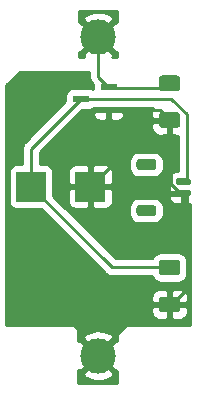
<source format=gbr>
%TF.GenerationSoftware,KiCad,Pcbnew,5.1.9*%
%TF.CreationDate,2021-01-06T21:23:30+01:00*%
%TF.ProjectId,powerpack,706f7765-7270-4616-936b-2e6b69636164,rev?*%
%TF.SameCoordinates,Original*%
%TF.FileFunction,Copper,L1,Top*%
%TF.FilePolarity,Positive*%
%FSLAX46Y46*%
G04 Gerber Fmt 4.6, Leading zero omitted, Abs format (unit mm)*
G04 Created by KiCad (PCBNEW 5.1.9) date 2021-01-06 21:23:30*
%MOMM*%
%LPD*%
G01*
G04 APERTURE LIST*
%TA.AperFunction,ComponentPad*%
%ADD10C,3.000000*%
%TD*%
%TA.AperFunction,SMDPad,CuDef*%
%ADD11R,1.380000X0.600000*%
%TD*%
%TA.AperFunction,SMDPad,CuDef*%
%ADD12R,2.500000X2.500000*%
%TD*%
%TA.AperFunction,Conductor*%
%ADD13C,0.250000*%
%TD*%
%TA.AperFunction,Conductor*%
%ADD14C,0.254000*%
%TD*%
%TA.AperFunction,Conductor*%
%ADD15C,0.100000*%
%TD*%
G04 APERTURE END LIST*
D10*
%TO.P,J2.1,1*%
%TO.N,+3V3*%
X174942500Y-21907500D03*
%TD*%
D11*
%TO.P,U1,3*%
%TO.N,VCC*%
X173510800Y-27127200D03*
%TO.P,U1,2*%
%TO.N,+3V3*%
X175840800Y-26177200D03*
%TO.P,U1,1*%
%TO.N,GND*%
X175840800Y-28077200D03*
%TD*%
%TO.P,C1,2*%
%TO.N,GND*%
%TA.AperFunction,SMDPad,CuDef*%
G36*
G01*
X180349997Y-43876800D02*
X181650003Y-43876800D01*
G75*
G02*
X181900000Y-44126797I0J-249997D01*
G01*
X181900000Y-44951803D01*
G75*
G02*
X181650003Y-45201800I-249997J0D01*
G01*
X180349997Y-45201800D01*
G75*
G02*
X180100000Y-44951803I0J249997D01*
G01*
X180100000Y-44126797D01*
G75*
G02*
X180349997Y-43876800I249997J0D01*
G01*
G37*
%TD.AperFunction*%
%TO.P,C1,1*%
%TO.N,VCC*%
%TA.AperFunction,SMDPad,CuDef*%
G36*
G01*
X180349997Y-40751800D02*
X181650003Y-40751800D01*
G75*
G02*
X181900000Y-41001797I0J-249997D01*
G01*
X181900000Y-41826803D01*
G75*
G02*
X181650003Y-42076800I-249997J0D01*
G01*
X180349997Y-42076800D01*
G75*
G02*
X180100000Y-41826803I0J249997D01*
G01*
X180100000Y-41001797D01*
G75*
G02*
X180349997Y-40751800I249997J0D01*
G01*
G37*
%TD.AperFunction*%
%TD*%
%TO.P,C2,1*%
%TO.N,+3V3*%
%TA.AperFunction,SMDPad,CuDef*%
G36*
G01*
X180349997Y-25156200D02*
X181650003Y-25156200D01*
G75*
G02*
X181900000Y-25406197I0J-249997D01*
G01*
X181900000Y-26231203D01*
G75*
G02*
X181650003Y-26481200I-249997J0D01*
G01*
X180349997Y-26481200D01*
G75*
G02*
X180100000Y-26231203I0J249997D01*
G01*
X180100000Y-25406197D01*
G75*
G02*
X180349997Y-25156200I249997J0D01*
G01*
G37*
%TD.AperFunction*%
%TO.P,C2,2*%
%TO.N,GND*%
%TA.AperFunction,SMDPad,CuDef*%
G36*
G01*
X180349997Y-28281200D02*
X181650003Y-28281200D01*
G75*
G02*
X181900000Y-28531197I0J-249997D01*
G01*
X181900000Y-29356203D01*
G75*
G02*
X181650003Y-29606200I-249997J0D01*
G01*
X180349997Y-29606200D01*
G75*
G02*
X180100000Y-29356203I0J249997D01*
G01*
X180100000Y-28531197D01*
G75*
G02*
X180349997Y-28281200I249997J0D01*
G01*
G37*
%TD.AperFunction*%
%TD*%
%TO.P,J1,1*%
%TO.N,VCC*%
%TA.AperFunction,SMDPad,CuDef*%
G36*
G01*
X181692400Y-33845600D02*
X182642400Y-33845600D01*
G75*
G02*
X182792400Y-33995600I0J-150000D01*
G01*
X182792400Y-34295600D01*
G75*
G02*
X182642400Y-34445600I-150000J0D01*
G01*
X181692400Y-34445600D01*
G75*
G02*
X181542400Y-34295600I0J150000D01*
G01*
X181542400Y-33995600D01*
G75*
G02*
X181692400Y-33845600I150000J0D01*
G01*
G37*
%TD.AperFunction*%
%TO.P,J1,2*%
%TO.N,GND*%
%TA.AperFunction,SMDPad,CuDef*%
G36*
G01*
X181692400Y-34845600D02*
X182642400Y-34845600D01*
G75*
G02*
X182792400Y-34995600I0J-150000D01*
G01*
X182792400Y-35295600D01*
G75*
G02*
X182642400Y-35445600I-150000J0D01*
G01*
X181692400Y-35445600D01*
G75*
G02*
X181542400Y-35295600I0J150000D01*
G01*
X181542400Y-34995600D01*
G75*
G02*
X181692400Y-34845600I150000J0D01*
G01*
G37*
%TD.AperFunction*%
%TO.P,J1,MP*%
%TO.N,N/C*%
%TA.AperFunction,SMDPad,CuDef*%
G36*
G01*
X178417400Y-32245600D02*
X179667400Y-32245600D01*
G75*
G02*
X179892400Y-32470600I0J-225000D01*
G01*
X179892400Y-32920600D01*
G75*
G02*
X179667400Y-33145600I-225000J0D01*
G01*
X178417400Y-33145600D01*
G75*
G02*
X178192400Y-32920600I0J225000D01*
G01*
X178192400Y-32470600D01*
G75*
G02*
X178417400Y-32245600I225000J0D01*
G01*
G37*
%TD.AperFunction*%
%TA.AperFunction,SMDPad,CuDef*%
G36*
G01*
X178417400Y-36145600D02*
X179667400Y-36145600D01*
G75*
G02*
X179892400Y-36370600I0J-225000D01*
G01*
X179892400Y-36820600D01*
G75*
G02*
X179667400Y-37045600I-225000J0D01*
G01*
X178417400Y-37045600D01*
G75*
G02*
X178192400Y-36820600I0J225000D01*
G01*
X178192400Y-36370600D01*
G75*
G02*
X178417400Y-36145600I225000J0D01*
G01*
G37*
%TD.AperFunction*%
%TD*%
D12*
%TO.P,-,1*%
%TO.N,GND*%
X174294800Y-34569400D03*
%TD*%
%TO.P,+,1*%
%TO.N,VCC*%
X169265600Y-34569400D03*
%TD*%
D10*
%TO.P,J2.2,1*%
%TO.N,GND*%
X174942500Y-48895000D03*
%TD*%
D13*
%TO.N,GND*%
X180225300Y-28067000D02*
X181102000Y-28943700D01*
X175869600Y-28067000D02*
X180225300Y-28067000D01*
X181102000Y-28943700D02*
X181673900Y-28943700D01*
X174942500Y-48452600D02*
X174942500Y-49415700D01*
X181870632Y-35145600D02*
X182167400Y-35145600D01*
X181102000Y-34376968D02*
X181870632Y-35145600D01*
X181102000Y-28943700D02*
X181102000Y-34376968D01*
X175869600Y-32994600D02*
X174294800Y-34569400D01*
X175869600Y-28067000D02*
X175869600Y-32994600D01*
X182467400Y-43250100D02*
X181178200Y-44539300D01*
X182467400Y-35445600D02*
X182467400Y-43250100D01*
X182167400Y-35145600D02*
X182467400Y-35445600D01*
X174942500Y-48682156D02*
X174942500Y-49415700D01*
X179085356Y-44539300D02*
X174942500Y-48682156D01*
X181178200Y-44539300D02*
X179085356Y-44539300D01*
%TO.N,VCC*%
X173482000Y-27127200D02*
X173151800Y-27127200D01*
X181870632Y-34145600D02*
X182167400Y-34145600D01*
X169265600Y-31343600D02*
X173482000Y-27127200D01*
X169265600Y-34569400D02*
X169265600Y-31343600D01*
X181161190Y-27127200D02*
X173482000Y-27127200D01*
X182467400Y-28433410D02*
X181161190Y-27127200D01*
X182467400Y-33845600D02*
X182467400Y-28433410D01*
X182167400Y-34145600D02*
X182467400Y-33845600D01*
X176110500Y-41414300D02*
X181178200Y-41414300D01*
X169265600Y-34569400D02*
X176110500Y-41414300D01*
%TO.N,+3V3*%
X174942500Y-25260300D02*
X175869600Y-26187400D01*
X174942500Y-21488400D02*
X174942500Y-25260300D01*
X180733300Y-26187400D02*
X181102000Y-25818700D01*
X175869600Y-26187400D02*
X180733300Y-26187400D01*
%TD*%
D14*
%TO.N,GND*%
X174182501Y-25222968D02*
X174178824Y-25260300D01*
X174193498Y-25409285D01*
X174236954Y-25552546D01*
X174307526Y-25684576D01*
X174378701Y-25771302D01*
X174402500Y-25800301D01*
X174431498Y-25824099D01*
X174512728Y-25905329D01*
X174512728Y-26273911D01*
X174444980Y-26237698D01*
X174325282Y-26201388D01*
X174200800Y-26189128D01*
X172820800Y-26189128D01*
X172696318Y-26201388D01*
X172576620Y-26237698D01*
X172466306Y-26296663D01*
X172369615Y-26376015D01*
X172290263Y-26472706D01*
X172231298Y-26583020D01*
X172194988Y-26702718D01*
X172182728Y-26827200D01*
X172182728Y-27351670D01*
X168754598Y-30779801D01*
X168725600Y-30803599D01*
X168701802Y-30832597D01*
X168701801Y-30832598D01*
X168630626Y-30919324D01*
X168560054Y-31051354D01*
X168516598Y-31194615D01*
X168501924Y-31343600D01*
X168505601Y-31380932D01*
X168505601Y-32681328D01*
X168015600Y-32681328D01*
X167891118Y-32693588D01*
X167771420Y-32729898D01*
X167661106Y-32788863D01*
X167564415Y-32868215D01*
X167485063Y-32964906D01*
X167426098Y-33075220D01*
X167389788Y-33194918D01*
X167377528Y-33319400D01*
X167377528Y-35819400D01*
X167389788Y-35943882D01*
X167426098Y-36063580D01*
X167485063Y-36173894D01*
X167564415Y-36270585D01*
X167661106Y-36349937D01*
X167771420Y-36408902D01*
X167891118Y-36445212D01*
X168015600Y-36457472D01*
X170078871Y-36457472D01*
X175546705Y-41925308D01*
X175570499Y-41954301D01*
X175599492Y-41978095D01*
X175599496Y-41978099D01*
X175670185Y-42036111D01*
X175686224Y-42049274D01*
X175818253Y-42119846D01*
X175961514Y-42163303D01*
X176073167Y-42174300D01*
X176073176Y-42174300D01*
X176110499Y-42177976D01*
X176147822Y-42174300D01*
X179533616Y-42174300D01*
X179611595Y-42320188D01*
X179722037Y-42454763D01*
X179856612Y-42565205D01*
X180010148Y-42647272D01*
X180176743Y-42697808D01*
X180349997Y-42714872D01*
X181650003Y-42714872D01*
X181823257Y-42697808D01*
X181989852Y-42647272D01*
X182143388Y-42565205D01*
X182277963Y-42454763D01*
X182388405Y-42320188D01*
X182470472Y-42166652D01*
X182521008Y-42000057D01*
X182538072Y-41826803D01*
X182538072Y-41001797D01*
X182521008Y-40828543D01*
X182470472Y-40661948D01*
X182388405Y-40508412D01*
X182277963Y-40373837D01*
X182143388Y-40263395D01*
X181989852Y-40181328D01*
X181823257Y-40130792D01*
X181650003Y-40113728D01*
X180349997Y-40113728D01*
X180176743Y-40130792D01*
X180010148Y-40181328D01*
X179856612Y-40263395D01*
X179722037Y-40373837D01*
X179611595Y-40508412D01*
X179533616Y-40654300D01*
X176425303Y-40654300D01*
X171590402Y-35819400D01*
X172406728Y-35819400D01*
X172418988Y-35943882D01*
X172455298Y-36063580D01*
X172514263Y-36173894D01*
X172593615Y-36270585D01*
X172690306Y-36349937D01*
X172800620Y-36408902D01*
X172920318Y-36445212D01*
X173044800Y-36457472D01*
X174009050Y-36454400D01*
X174167800Y-36295650D01*
X174167800Y-34696400D01*
X174421800Y-34696400D01*
X174421800Y-36295650D01*
X174580550Y-36454400D01*
X175544800Y-36457472D01*
X175669282Y-36445212D01*
X175788980Y-36408902D01*
X175860636Y-36370600D01*
X177554328Y-36370600D01*
X177554328Y-36820600D01*
X177570912Y-36988977D01*
X177620025Y-37150883D01*
X177699782Y-37300097D01*
X177807116Y-37430884D01*
X177937903Y-37538218D01*
X178087117Y-37617975D01*
X178249023Y-37667088D01*
X178417400Y-37683672D01*
X179667400Y-37683672D01*
X179835777Y-37667088D01*
X179997683Y-37617975D01*
X180146897Y-37538218D01*
X180277684Y-37430884D01*
X180385018Y-37300097D01*
X180464775Y-37150883D01*
X180513888Y-36988977D01*
X180530472Y-36820600D01*
X180530472Y-36370600D01*
X180513888Y-36202223D01*
X180464775Y-36040317D01*
X180385018Y-35891103D01*
X180277684Y-35760316D01*
X180146897Y-35652982D01*
X179997683Y-35573225D01*
X179835777Y-35524112D01*
X179667400Y-35507528D01*
X178417400Y-35507528D01*
X178249023Y-35524112D01*
X178087117Y-35573225D01*
X177937903Y-35652982D01*
X177807116Y-35760316D01*
X177699782Y-35891103D01*
X177620025Y-36040317D01*
X177570912Y-36202223D01*
X177554328Y-36370600D01*
X175860636Y-36370600D01*
X175899294Y-36349937D01*
X175995985Y-36270585D01*
X176075337Y-36173894D01*
X176134302Y-36063580D01*
X176170612Y-35943882D01*
X176182872Y-35819400D01*
X176181682Y-35445600D01*
X180904328Y-35445600D01*
X180916588Y-35570082D01*
X180952898Y-35689780D01*
X181011863Y-35800094D01*
X181091215Y-35896785D01*
X181187906Y-35976137D01*
X181298220Y-36035102D01*
X181417918Y-36071412D01*
X181542400Y-36083672D01*
X181881650Y-36080600D01*
X182040400Y-35921850D01*
X182040400Y-35272600D01*
X181066150Y-35272600D01*
X180907400Y-35431350D01*
X180904328Y-35445600D01*
X176181682Y-35445600D01*
X176179800Y-34855150D01*
X176021050Y-34696400D01*
X174421800Y-34696400D01*
X174167800Y-34696400D01*
X172568550Y-34696400D01*
X172409800Y-34855150D01*
X172406728Y-35819400D01*
X171590402Y-35819400D01*
X171153672Y-35382671D01*
X171153672Y-33319400D01*
X172406728Y-33319400D01*
X172409800Y-34283650D01*
X172568550Y-34442400D01*
X174167800Y-34442400D01*
X174167800Y-32843150D01*
X174421800Y-32843150D01*
X174421800Y-34442400D01*
X176021050Y-34442400D01*
X176179800Y-34283650D01*
X176182872Y-33319400D01*
X176170612Y-33194918D01*
X176134302Y-33075220D01*
X176075337Y-32964906D01*
X175995985Y-32868215D01*
X175899294Y-32788863D01*
X175788980Y-32729898D01*
X175669282Y-32693588D01*
X175544800Y-32681328D01*
X174580550Y-32684400D01*
X174421800Y-32843150D01*
X174167800Y-32843150D01*
X174009050Y-32684400D01*
X173044800Y-32681328D01*
X172920318Y-32693588D01*
X172800620Y-32729898D01*
X172690306Y-32788863D01*
X172593615Y-32868215D01*
X172514263Y-32964906D01*
X172455298Y-33075220D01*
X172418988Y-33194918D01*
X172406728Y-33319400D01*
X171153672Y-33319400D01*
X171141412Y-33194918D01*
X171105102Y-33075220D01*
X171046137Y-32964906D01*
X170966785Y-32868215D01*
X170870094Y-32788863D01*
X170759780Y-32729898D01*
X170640082Y-32693588D01*
X170515600Y-32681328D01*
X170025600Y-32681328D01*
X170025600Y-32470600D01*
X177554328Y-32470600D01*
X177554328Y-32920600D01*
X177570912Y-33088977D01*
X177620025Y-33250883D01*
X177699782Y-33400097D01*
X177807116Y-33530884D01*
X177937903Y-33638218D01*
X178087117Y-33717975D01*
X178249023Y-33767088D01*
X178417400Y-33783672D01*
X179667400Y-33783672D01*
X179835777Y-33767088D01*
X179997683Y-33717975D01*
X180146897Y-33638218D01*
X180277684Y-33530884D01*
X180385018Y-33400097D01*
X180464775Y-33250883D01*
X180513888Y-33088977D01*
X180530472Y-32920600D01*
X180530472Y-32470600D01*
X180513888Y-32302223D01*
X180464775Y-32140317D01*
X180385018Y-31991103D01*
X180277684Y-31860316D01*
X180146897Y-31752982D01*
X179997683Y-31673225D01*
X179835777Y-31624112D01*
X179667400Y-31607528D01*
X178417400Y-31607528D01*
X178249023Y-31624112D01*
X178087117Y-31673225D01*
X177937903Y-31752982D01*
X177807116Y-31860316D01*
X177699782Y-31991103D01*
X177620025Y-32140317D01*
X177570912Y-32302223D01*
X177554328Y-32470600D01*
X170025600Y-32470600D01*
X170025600Y-31658401D01*
X172077801Y-29606200D01*
X179461928Y-29606200D01*
X179474188Y-29730682D01*
X179510498Y-29850380D01*
X179569463Y-29960694D01*
X179648815Y-30057385D01*
X179745506Y-30136737D01*
X179855820Y-30195702D01*
X179975518Y-30232012D01*
X180100000Y-30244272D01*
X180714250Y-30241200D01*
X180873000Y-30082450D01*
X180873000Y-29070700D01*
X179623750Y-29070700D01*
X179465000Y-29229450D01*
X179461928Y-29606200D01*
X172077801Y-29606200D01*
X173306801Y-28377200D01*
X174512728Y-28377200D01*
X174524988Y-28501682D01*
X174561298Y-28621380D01*
X174620263Y-28731694D01*
X174699615Y-28828385D01*
X174796306Y-28907737D01*
X174906620Y-28966702D01*
X175026318Y-29003012D01*
X175150800Y-29015272D01*
X175555050Y-29012200D01*
X175713800Y-28853450D01*
X175713800Y-28204200D01*
X175967800Y-28204200D01*
X175967800Y-28853450D01*
X176126550Y-29012200D01*
X176530800Y-29015272D01*
X176655282Y-29003012D01*
X176774980Y-28966702D01*
X176885294Y-28907737D01*
X176981985Y-28828385D01*
X177061337Y-28731694D01*
X177120302Y-28621380D01*
X177156612Y-28501682D01*
X177168872Y-28377200D01*
X177165800Y-28362950D01*
X177007050Y-28204200D01*
X175967800Y-28204200D01*
X175713800Y-28204200D01*
X174674550Y-28204200D01*
X174515800Y-28362950D01*
X174512728Y-28377200D01*
X173306801Y-28377200D01*
X173618730Y-28065272D01*
X174200800Y-28065272D01*
X174325282Y-28053012D01*
X174444980Y-28016702D01*
X174555294Y-27957737D01*
X174624935Y-27900585D01*
X174674550Y-27950200D01*
X175713800Y-27950200D01*
X175713800Y-27930200D01*
X175967800Y-27930200D01*
X175967800Y-27950200D01*
X177007050Y-27950200D01*
X177070050Y-27887200D01*
X179601885Y-27887200D01*
X179569463Y-27926706D01*
X179510498Y-28037020D01*
X179474188Y-28156718D01*
X179461928Y-28281200D01*
X179465000Y-28657950D01*
X179623750Y-28816700D01*
X180873000Y-28816700D01*
X180873000Y-28796700D01*
X181127000Y-28796700D01*
X181127000Y-28816700D01*
X181147000Y-28816700D01*
X181147000Y-29070700D01*
X181127000Y-29070700D01*
X181127000Y-30082450D01*
X181285750Y-30241200D01*
X181707401Y-30243309D01*
X181707400Y-33207528D01*
X181692400Y-33207528D01*
X181538655Y-33222671D01*
X181390818Y-33267516D01*
X181254571Y-33340342D01*
X181135149Y-33438349D01*
X181037142Y-33557771D01*
X180964316Y-33694018D01*
X180919471Y-33841855D01*
X180904328Y-33995600D01*
X180904328Y-34295600D01*
X180919471Y-34449345D01*
X180961002Y-34586258D01*
X180952898Y-34601420D01*
X180916588Y-34721118D01*
X180904328Y-34845600D01*
X180907400Y-34859850D01*
X181066150Y-35018600D01*
X181381307Y-35018600D01*
X181390818Y-35023684D01*
X181538655Y-35068529D01*
X181692400Y-35083672D01*
X182314400Y-35083672D01*
X182314400Y-35272600D01*
X182294400Y-35272600D01*
X182294400Y-35921850D01*
X182453150Y-36080600D01*
X182703000Y-36082862D01*
X182703000Y-46254200D01*
X177249447Y-46254200D01*
X177215800Y-46250886D01*
X177182153Y-46254200D01*
X177081517Y-46264112D01*
X176952394Y-46303281D01*
X176833393Y-46366888D01*
X176729089Y-46452489D01*
X176643488Y-46556793D01*
X176579881Y-46675794D01*
X176540712Y-46804917D01*
X176527486Y-46939200D01*
X176530801Y-46972857D01*
X176530801Y-47630734D01*
X176434153Y-47582952D01*
X175122105Y-48895000D01*
X176434153Y-50207048D01*
X176530800Y-50159267D01*
X176530800Y-51207200D01*
X173278000Y-51207200D01*
X173278000Y-50386653D01*
X173630452Y-50386653D01*
X173786462Y-50702214D01*
X174161245Y-50893020D01*
X174566051Y-51007044D01*
X174985324Y-51039902D01*
X175402951Y-50990334D01*
X175802883Y-50860243D01*
X176098538Y-50702214D01*
X176254548Y-50386653D01*
X174942500Y-49074605D01*
X173630452Y-50386653D01*
X173278000Y-50386653D01*
X173278000Y-50121594D01*
X173450847Y-50207048D01*
X174762895Y-48895000D01*
X173450847Y-47582952D01*
X173278000Y-47668406D01*
X173278000Y-47403347D01*
X173630452Y-47403347D01*
X174942500Y-48715395D01*
X176254548Y-47403347D01*
X176098538Y-47087786D01*
X175723755Y-46896980D01*
X175318949Y-46782956D01*
X174899676Y-46750098D01*
X174482049Y-46799666D01*
X174082117Y-46929757D01*
X173786462Y-47087786D01*
X173630452Y-47403347D01*
X173278000Y-47403347D01*
X173278000Y-46972846D01*
X173281314Y-46939200D01*
X173268088Y-46804917D01*
X173228919Y-46675794D01*
X173165312Y-46556793D01*
X173079711Y-46452489D01*
X172975407Y-46366888D01*
X172856406Y-46303281D01*
X172727283Y-46264112D01*
X172626647Y-46254200D01*
X172593000Y-46250886D01*
X172559353Y-46254200D01*
X167182000Y-46254200D01*
X167182000Y-45201800D01*
X179461928Y-45201800D01*
X179474188Y-45326282D01*
X179510498Y-45445980D01*
X179569463Y-45556294D01*
X179648815Y-45652985D01*
X179745506Y-45732337D01*
X179855820Y-45791302D01*
X179975518Y-45827612D01*
X180100000Y-45839872D01*
X180714250Y-45836800D01*
X180873000Y-45678050D01*
X180873000Y-44666300D01*
X181127000Y-44666300D01*
X181127000Y-45678050D01*
X181285750Y-45836800D01*
X181900000Y-45839872D01*
X182024482Y-45827612D01*
X182144180Y-45791302D01*
X182254494Y-45732337D01*
X182351185Y-45652985D01*
X182430537Y-45556294D01*
X182489502Y-45445980D01*
X182525812Y-45326282D01*
X182538072Y-45201800D01*
X182535000Y-44825050D01*
X182376250Y-44666300D01*
X181127000Y-44666300D01*
X180873000Y-44666300D01*
X179623750Y-44666300D01*
X179465000Y-44825050D01*
X179461928Y-45201800D01*
X167182000Y-45201800D01*
X167182000Y-43876800D01*
X179461928Y-43876800D01*
X179465000Y-44253550D01*
X179623750Y-44412300D01*
X180873000Y-44412300D01*
X180873000Y-43400550D01*
X181127000Y-43400550D01*
X181127000Y-44412300D01*
X182376250Y-44412300D01*
X182535000Y-44253550D01*
X182538072Y-43876800D01*
X182525812Y-43752318D01*
X182489502Y-43632620D01*
X182430537Y-43522306D01*
X182351185Y-43425615D01*
X182254494Y-43346263D01*
X182144180Y-43287298D01*
X182024482Y-43250988D01*
X181900000Y-43238728D01*
X181285750Y-43241800D01*
X181127000Y-43400550D01*
X180873000Y-43400550D01*
X180714250Y-43241800D01*
X180100000Y-43238728D01*
X179975518Y-43250988D01*
X179855820Y-43287298D01*
X179745506Y-43346263D01*
X179648815Y-43425615D01*
X179569463Y-43522306D01*
X179510498Y-43632620D01*
X179474188Y-43752318D01*
X179461928Y-43876800D01*
X167182000Y-43876800D01*
X167182000Y-25991427D01*
X168361781Y-24828500D01*
X174182501Y-24828500D01*
X174182501Y-25222968D01*
%TA.AperFunction,Conductor*%
D15*
G36*
X174182501Y-25222968D02*
G01*
X174178824Y-25260300D01*
X174193498Y-25409285D01*
X174236954Y-25552546D01*
X174307526Y-25684576D01*
X174378701Y-25771302D01*
X174402500Y-25800301D01*
X174431498Y-25824099D01*
X174512728Y-25905329D01*
X174512728Y-26273911D01*
X174444980Y-26237698D01*
X174325282Y-26201388D01*
X174200800Y-26189128D01*
X172820800Y-26189128D01*
X172696318Y-26201388D01*
X172576620Y-26237698D01*
X172466306Y-26296663D01*
X172369615Y-26376015D01*
X172290263Y-26472706D01*
X172231298Y-26583020D01*
X172194988Y-26702718D01*
X172182728Y-26827200D01*
X172182728Y-27351670D01*
X168754598Y-30779801D01*
X168725600Y-30803599D01*
X168701802Y-30832597D01*
X168701801Y-30832598D01*
X168630626Y-30919324D01*
X168560054Y-31051354D01*
X168516598Y-31194615D01*
X168501924Y-31343600D01*
X168505601Y-31380932D01*
X168505601Y-32681328D01*
X168015600Y-32681328D01*
X167891118Y-32693588D01*
X167771420Y-32729898D01*
X167661106Y-32788863D01*
X167564415Y-32868215D01*
X167485063Y-32964906D01*
X167426098Y-33075220D01*
X167389788Y-33194918D01*
X167377528Y-33319400D01*
X167377528Y-35819400D01*
X167389788Y-35943882D01*
X167426098Y-36063580D01*
X167485063Y-36173894D01*
X167564415Y-36270585D01*
X167661106Y-36349937D01*
X167771420Y-36408902D01*
X167891118Y-36445212D01*
X168015600Y-36457472D01*
X170078871Y-36457472D01*
X175546705Y-41925308D01*
X175570499Y-41954301D01*
X175599492Y-41978095D01*
X175599496Y-41978099D01*
X175670185Y-42036111D01*
X175686224Y-42049274D01*
X175818253Y-42119846D01*
X175961514Y-42163303D01*
X176073167Y-42174300D01*
X176073176Y-42174300D01*
X176110499Y-42177976D01*
X176147822Y-42174300D01*
X179533616Y-42174300D01*
X179611595Y-42320188D01*
X179722037Y-42454763D01*
X179856612Y-42565205D01*
X180010148Y-42647272D01*
X180176743Y-42697808D01*
X180349997Y-42714872D01*
X181650003Y-42714872D01*
X181823257Y-42697808D01*
X181989852Y-42647272D01*
X182143388Y-42565205D01*
X182277963Y-42454763D01*
X182388405Y-42320188D01*
X182470472Y-42166652D01*
X182521008Y-42000057D01*
X182538072Y-41826803D01*
X182538072Y-41001797D01*
X182521008Y-40828543D01*
X182470472Y-40661948D01*
X182388405Y-40508412D01*
X182277963Y-40373837D01*
X182143388Y-40263395D01*
X181989852Y-40181328D01*
X181823257Y-40130792D01*
X181650003Y-40113728D01*
X180349997Y-40113728D01*
X180176743Y-40130792D01*
X180010148Y-40181328D01*
X179856612Y-40263395D01*
X179722037Y-40373837D01*
X179611595Y-40508412D01*
X179533616Y-40654300D01*
X176425303Y-40654300D01*
X171590402Y-35819400D01*
X172406728Y-35819400D01*
X172418988Y-35943882D01*
X172455298Y-36063580D01*
X172514263Y-36173894D01*
X172593615Y-36270585D01*
X172690306Y-36349937D01*
X172800620Y-36408902D01*
X172920318Y-36445212D01*
X173044800Y-36457472D01*
X174009050Y-36454400D01*
X174167800Y-36295650D01*
X174167800Y-34696400D01*
X174421800Y-34696400D01*
X174421800Y-36295650D01*
X174580550Y-36454400D01*
X175544800Y-36457472D01*
X175669282Y-36445212D01*
X175788980Y-36408902D01*
X175860636Y-36370600D01*
X177554328Y-36370600D01*
X177554328Y-36820600D01*
X177570912Y-36988977D01*
X177620025Y-37150883D01*
X177699782Y-37300097D01*
X177807116Y-37430884D01*
X177937903Y-37538218D01*
X178087117Y-37617975D01*
X178249023Y-37667088D01*
X178417400Y-37683672D01*
X179667400Y-37683672D01*
X179835777Y-37667088D01*
X179997683Y-37617975D01*
X180146897Y-37538218D01*
X180277684Y-37430884D01*
X180385018Y-37300097D01*
X180464775Y-37150883D01*
X180513888Y-36988977D01*
X180530472Y-36820600D01*
X180530472Y-36370600D01*
X180513888Y-36202223D01*
X180464775Y-36040317D01*
X180385018Y-35891103D01*
X180277684Y-35760316D01*
X180146897Y-35652982D01*
X179997683Y-35573225D01*
X179835777Y-35524112D01*
X179667400Y-35507528D01*
X178417400Y-35507528D01*
X178249023Y-35524112D01*
X178087117Y-35573225D01*
X177937903Y-35652982D01*
X177807116Y-35760316D01*
X177699782Y-35891103D01*
X177620025Y-36040317D01*
X177570912Y-36202223D01*
X177554328Y-36370600D01*
X175860636Y-36370600D01*
X175899294Y-36349937D01*
X175995985Y-36270585D01*
X176075337Y-36173894D01*
X176134302Y-36063580D01*
X176170612Y-35943882D01*
X176182872Y-35819400D01*
X176181682Y-35445600D01*
X180904328Y-35445600D01*
X180916588Y-35570082D01*
X180952898Y-35689780D01*
X181011863Y-35800094D01*
X181091215Y-35896785D01*
X181187906Y-35976137D01*
X181298220Y-36035102D01*
X181417918Y-36071412D01*
X181542400Y-36083672D01*
X181881650Y-36080600D01*
X182040400Y-35921850D01*
X182040400Y-35272600D01*
X181066150Y-35272600D01*
X180907400Y-35431350D01*
X180904328Y-35445600D01*
X176181682Y-35445600D01*
X176179800Y-34855150D01*
X176021050Y-34696400D01*
X174421800Y-34696400D01*
X174167800Y-34696400D01*
X172568550Y-34696400D01*
X172409800Y-34855150D01*
X172406728Y-35819400D01*
X171590402Y-35819400D01*
X171153672Y-35382671D01*
X171153672Y-33319400D01*
X172406728Y-33319400D01*
X172409800Y-34283650D01*
X172568550Y-34442400D01*
X174167800Y-34442400D01*
X174167800Y-32843150D01*
X174421800Y-32843150D01*
X174421800Y-34442400D01*
X176021050Y-34442400D01*
X176179800Y-34283650D01*
X176182872Y-33319400D01*
X176170612Y-33194918D01*
X176134302Y-33075220D01*
X176075337Y-32964906D01*
X175995985Y-32868215D01*
X175899294Y-32788863D01*
X175788980Y-32729898D01*
X175669282Y-32693588D01*
X175544800Y-32681328D01*
X174580550Y-32684400D01*
X174421800Y-32843150D01*
X174167800Y-32843150D01*
X174009050Y-32684400D01*
X173044800Y-32681328D01*
X172920318Y-32693588D01*
X172800620Y-32729898D01*
X172690306Y-32788863D01*
X172593615Y-32868215D01*
X172514263Y-32964906D01*
X172455298Y-33075220D01*
X172418988Y-33194918D01*
X172406728Y-33319400D01*
X171153672Y-33319400D01*
X171141412Y-33194918D01*
X171105102Y-33075220D01*
X171046137Y-32964906D01*
X170966785Y-32868215D01*
X170870094Y-32788863D01*
X170759780Y-32729898D01*
X170640082Y-32693588D01*
X170515600Y-32681328D01*
X170025600Y-32681328D01*
X170025600Y-32470600D01*
X177554328Y-32470600D01*
X177554328Y-32920600D01*
X177570912Y-33088977D01*
X177620025Y-33250883D01*
X177699782Y-33400097D01*
X177807116Y-33530884D01*
X177937903Y-33638218D01*
X178087117Y-33717975D01*
X178249023Y-33767088D01*
X178417400Y-33783672D01*
X179667400Y-33783672D01*
X179835777Y-33767088D01*
X179997683Y-33717975D01*
X180146897Y-33638218D01*
X180277684Y-33530884D01*
X180385018Y-33400097D01*
X180464775Y-33250883D01*
X180513888Y-33088977D01*
X180530472Y-32920600D01*
X180530472Y-32470600D01*
X180513888Y-32302223D01*
X180464775Y-32140317D01*
X180385018Y-31991103D01*
X180277684Y-31860316D01*
X180146897Y-31752982D01*
X179997683Y-31673225D01*
X179835777Y-31624112D01*
X179667400Y-31607528D01*
X178417400Y-31607528D01*
X178249023Y-31624112D01*
X178087117Y-31673225D01*
X177937903Y-31752982D01*
X177807116Y-31860316D01*
X177699782Y-31991103D01*
X177620025Y-32140317D01*
X177570912Y-32302223D01*
X177554328Y-32470600D01*
X170025600Y-32470600D01*
X170025600Y-31658401D01*
X172077801Y-29606200D01*
X179461928Y-29606200D01*
X179474188Y-29730682D01*
X179510498Y-29850380D01*
X179569463Y-29960694D01*
X179648815Y-30057385D01*
X179745506Y-30136737D01*
X179855820Y-30195702D01*
X179975518Y-30232012D01*
X180100000Y-30244272D01*
X180714250Y-30241200D01*
X180873000Y-30082450D01*
X180873000Y-29070700D01*
X179623750Y-29070700D01*
X179465000Y-29229450D01*
X179461928Y-29606200D01*
X172077801Y-29606200D01*
X173306801Y-28377200D01*
X174512728Y-28377200D01*
X174524988Y-28501682D01*
X174561298Y-28621380D01*
X174620263Y-28731694D01*
X174699615Y-28828385D01*
X174796306Y-28907737D01*
X174906620Y-28966702D01*
X175026318Y-29003012D01*
X175150800Y-29015272D01*
X175555050Y-29012200D01*
X175713800Y-28853450D01*
X175713800Y-28204200D01*
X175967800Y-28204200D01*
X175967800Y-28853450D01*
X176126550Y-29012200D01*
X176530800Y-29015272D01*
X176655282Y-29003012D01*
X176774980Y-28966702D01*
X176885294Y-28907737D01*
X176981985Y-28828385D01*
X177061337Y-28731694D01*
X177120302Y-28621380D01*
X177156612Y-28501682D01*
X177168872Y-28377200D01*
X177165800Y-28362950D01*
X177007050Y-28204200D01*
X175967800Y-28204200D01*
X175713800Y-28204200D01*
X174674550Y-28204200D01*
X174515800Y-28362950D01*
X174512728Y-28377200D01*
X173306801Y-28377200D01*
X173618730Y-28065272D01*
X174200800Y-28065272D01*
X174325282Y-28053012D01*
X174444980Y-28016702D01*
X174555294Y-27957737D01*
X174624935Y-27900585D01*
X174674550Y-27950200D01*
X175713800Y-27950200D01*
X175713800Y-27930200D01*
X175967800Y-27930200D01*
X175967800Y-27950200D01*
X177007050Y-27950200D01*
X177070050Y-27887200D01*
X179601885Y-27887200D01*
X179569463Y-27926706D01*
X179510498Y-28037020D01*
X179474188Y-28156718D01*
X179461928Y-28281200D01*
X179465000Y-28657950D01*
X179623750Y-28816700D01*
X180873000Y-28816700D01*
X180873000Y-28796700D01*
X181127000Y-28796700D01*
X181127000Y-28816700D01*
X181147000Y-28816700D01*
X181147000Y-29070700D01*
X181127000Y-29070700D01*
X181127000Y-30082450D01*
X181285750Y-30241200D01*
X181707401Y-30243309D01*
X181707400Y-33207528D01*
X181692400Y-33207528D01*
X181538655Y-33222671D01*
X181390818Y-33267516D01*
X181254571Y-33340342D01*
X181135149Y-33438349D01*
X181037142Y-33557771D01*
X180964316Y-33694018D01*
X180919471Y-33841855D01*
X180904328Y-33995600D01*
X180904328Y-34295600D01*
X180919471Y-34449345D01*
X180961002Y-34586258D01*
X180952898Y-34601420D01*
X180916588Y-34721118D01*
X180904328Y-34845600D01*
X180907400Y-34859850D01*
X181066150Y-35018600D01*
X181381307Y-35018600D01*
X181390818Y-35023684D01*
X181538655Y-35068529D01*
X181692400Y-35083672D01*
X182314400Y-35083672D01*
X182314400Y-35272600D01*
X182294400Y-35272600D01*
X182294400Y-35921850D01*
X182453150Y-36080600D01*
X182703000Y-36082862D01*
X182703000Y-46254200D01*
X177249447Y-46254200D01*
X177215800Y-46250886D01*
X177182153Y-46254200D01*
X177081517Y-46264112D01*
X176952394Y-46303281D01*
X176833393Y-46366888D01*
X176729089Y-46452489D01*
X176643488Y-46556793D01*
X176579881Y-46675794D01*
X176540712Y-46804917D01*
X176527486Y-46939200D01*
X176530801Y-46972857D01*
X176530801Y-47630734D01*
X176434153Y-47582952D01*
X175122105Y-48895000D01*
X176434153Y-50207048D01*
X176530800Y-50159267D01*
X176530800Y-51207200D01*
X173278000Y-51207200D01*
X173278000Y-50386653D01*
X173630452Y-50386653D01*
X173786462Y-50702214D01*
X174161245Y-50893020D01*
X174566051Y-51007044D01*
X174985324Y-51039902D01*
X175402951Y-50990334D01*
X175802883Y-50860243D01*
X176098538Y-50702214D01*
X176254548Y-50386653D01*
X174942500Y-49074605D01*
X173630452Y-50386653D01*
X173278000Y-50386653D01*
X173278000Y-50121594D01*
X173450847Y-50207048D01*
X174762895Y-48895000D01*
X173450847Y-47582952D01*
X173278000Y-47668406D01*
X173278000Y-47403347D01*
X173630452Y-47403347D01*
X174942500Y-48715395D01*
X176254548Y-47403347D01*
X176098538Y-47087786D01*
X175723755Y-46896980D01*
X175318949Y-46782956D01*
X174899676Y-46750098D01*
X174482049Y-46799666D01*
X174082117Y-46929757D01*
X173786462Y-47087786D01*
X173630452Y-47403347D01*
X173278000Y-47403347D01*
X173278000Y-46972846D01*
X173281314Y-46939200D01*
X173268088Y-46804917D01*
X173228919Y-46675794D01*
X173165312Y-46556793D01*
X173079711Y-46452489D01*
X172975407Y-46366888D01*
X172856406Y-46303281D01*
X172727283Y-46264112D01*
X172626647Y-46254200D01*
X172593000Y-46250886D01*
X172559353Y-46254200D01*
X167182000Y-46254200D01*
X167182000Y-45201800D01*
X179461928Y-45201800D01*
X179474188Y-45326282D01*
X179510498Y-45445980D01*
X179569463Y-45556294D01*
X179648815Y-45652985D01*
X179745506Y-45732337D01*
X179855820Y-45791302D01*
X179975518Y-45827612D01*
X180100000Y-45839872D01*
X180714250Y-45836800D01*
X180873000Y-45678050D01*
X180873000Y-44666300D01*
X181127000Y-44666300D01*
X181127000Y-45678050D01*
X181285750Y-45836800D01*
X181900000Y-45839872D01*
X182024482Y-45827612D01*
X182144180Y-45791302D01*
X182254494Y-45732337D01*
X182351185Y-45652985D01*
X182430537Y-45556294D01*
X182489502Y-45445980D01*
X182525812Y-45326282D01*
X182538072Y-45201800D01*
X182535000Y-44825050D01*
X182376250Y-44666300D01*
X181127000Y-44666300D01*
X180873000Y-44666300D01*
X179623750Y-44666300D01*
X179465000Y-44825050D01*
X179461928Y-45201800D01*
X167182000Y-45201800D01*
X167182000Y-43876800D01*
X179461928Y-43876800D01*
X179465000Y-44253550D01*
X179623750Y-44412300D01*
X180873000Y-44412300D01*
X180873000Y-43400550D01*
X181127000Y-43400550D01*
X181127000Y-44412300D01*
X182376250Y-44412300D01*
X182535000Y-44253550D01*
X182538072Y-43876800D01*
X182525812Y-43752318D01*
X182489502Y-43632620D01*
X182430537Y-43522306D01*
X182351185Y-43425615D01*
X182254494Y-43346263D01*
X182144180Y-43287298D01*
X182024482Y-43250988D01*
X181900000Y-43238728D01*
X181285750Y-43241800D01*
X181127000Y-43400550D01*
X180873000Y-43400550D01*
X180714250Y-43241800D01*
X180100000Y-43238728D01*
X179975518Y-43250988D01*
X179855820Y-43287298D01*
X179745506Y-43346263D01*
X179648815Y-43425615D01*
X179569463Y-43522306D01*
X179510498Y-43632620D01*
X179474188Y-43752318D01*
X179461928Y-43876800D01*
X167182000Y-43876800D01*
X167182000Y-25991427D01*
X168361781Y-24828500D01*
X174182501Y-24828500D01*
X174182501Y-25222968D01*
G37*
%TD.AperFunction*%
%TD*%
D14*
%TO.N,+3V3*%
X176530801Y-20643234D02*
X176434153Y-20595452D01*
X175122105Y-21907500D01*
X176434153Y-23219548D01*
X176530800Y-23171767D01*
X176530800Y-23622000D01*
X176144375Y-23622000D01*
X176254548Y-23399153D01*
X174942500Y-22087105D01*
X173630452Y-23399153D01*
X173740625Y-23622000D01*
X173303400Y-23622000D01*
X173303400Y-23146652D01*
X173450847Y-23219548D01*
X174762895Y-21907500D01*
X173450847Y-20595452D01*
X173303400Y-20668348D01*
X173303400Y-20415847D01*
X173630452Y-20415847D01*
X174942500Y-21727895D01*
X176254548Y-20415847D01*
X176098538Y-20100286D01*
X175723755Y-19909480D01*
X175318949Y-19795456D01*
X174899676Y-19762598D01*
X174482049Y-19812166D01*
X174082117Y-19942257D01*
X173786462Y-20100286D01*
X173630452Y-20415847D01*
X173303400Y-20415847D01*
X173303400Y-19709600D01*
X176530801Y-19709600D01*
X176530801Y-20643234D01*
%TA.AperFunction,Conductor*%
D15*
G36*
X176530801Y-20643234D02*
G01*
X176434153Y-20595452D01*
X175122105Y-21907500D01*
X176434153Y-23219548D01*
X176530800Y-23171767D01*
X176530800Y-23622000D01*
X176144375Y-23622000D01*
X176254548Y-23399153D01*
X174942500Y-22087105D01*
X173630452Y-23399153D01*
X173740625Y-23622000D01*
X173303400Y-23622000D01*
X173303400Y-23146652D01*
X173450847Y-23219548D01*
X174762895Y-21907500D01*
X173450847Y-20595452D01*
X173303400Y-20668348D01*
X173303400Y-20415847D01*
X173630452Y-20415847D01*
X174942500Y-21727895D01*
X176254548Y-20415847D01*
X176098538Y-20100286D01*
X175723755Y-19909480D01*
X175318949Y-19795456D01*
X174899676Y-19762598D01*
X174482049Y-19812166D01*
X174082117Y-19942257D01*
X173786462Y-20100286D01*
X173630452Y-20415847D01*
X173303400Y-20415847D01*
X173303400Y-19709600D01*
X176530801Y-19709600D01*
X176530801Y-20643234D01*
G37*
%TD.AperFunction*%
%TD*%
M02*

</source>
